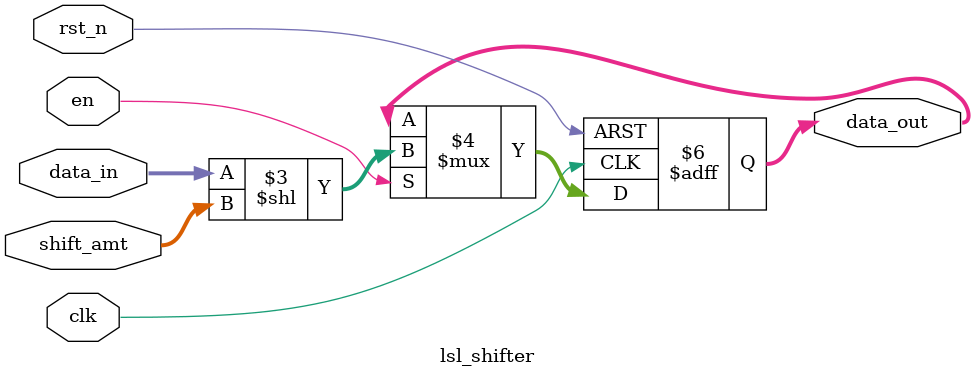
<source format=sv>
module lsl_shifter(
    input wire clk, rst_n, en,
    input wire [7:0] data_in,
    input wire [2:0] shift_amt,
    output reg [7:0] data_out
);
    always @(posedge clk or negedge rst_n) begin
        if (!rst_n)
            data_out <= 8'b0;
        else if (en)
            data_out <= data_in << shift_amt;
    end
endmodule
</source>
